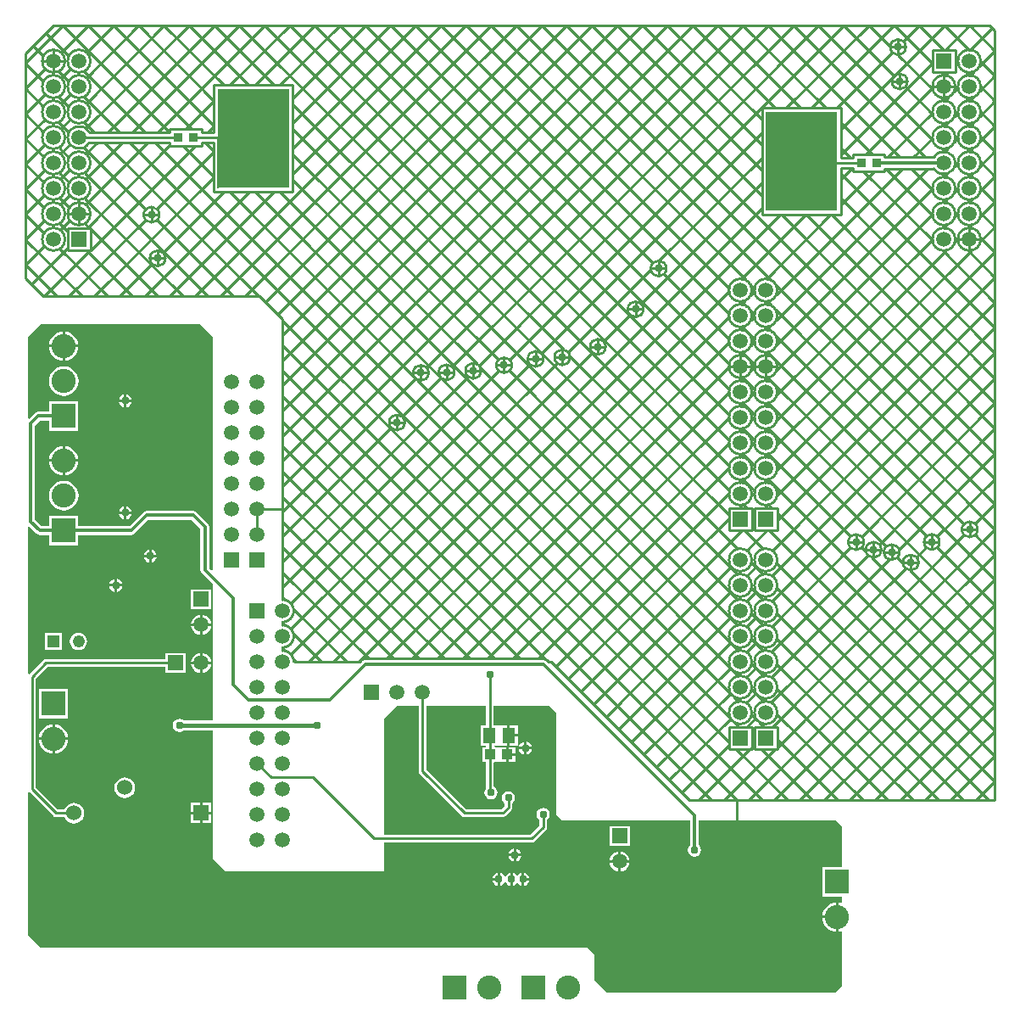
<source format=gbl>
G04 Layer_Physical_Order=2*
G04 Layer_Color=16711680*
%FSLAX25Y25*%
%MOIN*%
G70*
G01*
G75*
%ADD10C,0.01000*%
%ADD17R,0.05118X0.05906*%
%ADD18R,0.03500X0.03500*%
%ADD25C,0.01400*%
%ADD26C,0.01800*%
%ADD29R,0.09500X0.09500*%
%ADD30C,0.09500*%
%ADD31C,0.05906*%
%ADD32R,0.05906X0.05906*%
%ADD33R,0.05906X0.05906*%
%ADD34R,0.04800X0.04800*%
%ADD35C,0.04800*%
%ADD36C,0.06000*%
%ADD37R,0.06000X0.06000*%
%ADD38R,0.09500X0.09500*%
%ADD39C,0.03100*%
%ADD40R,0.04331X0.03937*%
%ADD41R,0.00500X0.20000*%
%ADD42R,0.28000X0.39000*%
G36*
X182500Y367500D02*
Y276105D01*
X182038Y275913D01*
X181233Y276718D01*
Y293000D01*
X181101Y293663D01*
X180726Y294226D01*
X176226Y298726D01*
X175663Y299101D01*
X175000Y299233D01*
X156500D01*
X155837Y299101D01*
X155274Y298726D01*
X149782Y293233D01*
X129750D01*
Y297250D01*
X118250D01*
Y293233D01*
X115218D01*
X112733Y295718D01*
Y332782D01*
X114718Y334767D01*
X118250D01*
Y330750D01*
X129750D01*
Y342250D01*
X118250D01*
Y338233D01*
X114000D01*
X113337Y338101D01*
X112774Y337726D01*
X110462Y335413D01*
X110000Y335605D01*
Y367500D01*
X115000Y372500D01*
X177500D01*
X182500Y367500D01*
D02*
G37*
G36*
X177767Y292282D02*
Y276000D01*
X177899Y275337D01*
X178274Y274774D01*
X182500Y270549D01*
Y216937D01*
X171191D01*
X170495Y217402D01*
X169500Y217600D01*
X168505Y217402D01*
X167662Y216839D01*
X167098Y215995D01*
X166900Y215000D01*
X167098Y214005D01*
X167662Y213161D01*
X168505Y212598D01*
X169500Y212400D01*
X170495Y212598D01*
X171191Y213063D01*
X182500D01*
Y162500D01*
X187500Y157500D01*
X250000D01*
Y168500D01*
Y168971D01*
X308000D01*
X308585Y169087D01*
X309081Y169419D01*
X313581Y173919D01*
X313913Y174415D01*
X314029Y175000D01*
Y177955D01*
X314338Y178162D01*
X314902Y179005D01*
X315100Y180000D01*
X314902Y180995D01*
X314338Y181838D01*
X313495Y182402D01*
X312500Y182600D01*
X311505Y182402D01*
X310662Y181838D01*
X310098Y180995D01*
X309900Y180000D01*
X310098Y179005D01*
X310662Y178162D01*
X310971Y177955D01*
Y175634D01*
X307366Y172029D01*
X250000D01*
Y217500D01*
X255000Y222500D01*
X263471D01*
Y197000D01*
X263587Y196415D01*
X263919Y195919D01*
X280419Y179419D01*
X280915Y179087D01*
X281500Y178971D01*
X296500D01*
X297085Y179087D01*
X297581Y179419D01*
X299877Y181714D01*
X300208Y182210D01*
X300325Y182795D01*
Y184455D01*
X300634Y184662D01*
X301197Y185505D01*
X301395Y186500D01*
X301197Y187495D01*
X300634Y188338D01*
X299790Y188902D01*
X298795Y189100D01*
X297800Y188902D01*
X296957Y188338D01*
X296393Y187495D01*
X296195Y186500D01*
X296393Y185505D01*
X296957Y184662D01*
X297266Y184455D01*
Y183429D01*
X295866Y182029D01*
X282134D01*
X266529Y197634D01*
Y222500D01*
X289971D01*
Y214953D01*
X287876D01*
Y207047D01*
X289971D01*
Y206469D01*
X288473D01*
Y200532D01*
X289971D01*
Y190053D01*
X289598Y189495D01*
X289400Y188500D01*
X289598Y187505D01*
X290161Y186662D01*
X291005Y186098D01*
X292000Y185900D01*
X292995Y186098D01*
X293839Y186662D01*
X294402Y187505D01*
X294600Y188500D01*
X294402Y189495D01*
X293839Y190338D01*
X293029Y190879D01*
Y200178D01*
X293383Y200532D01*
X294665D01*
X294803Y200532D01*
X294984D01*
X295165D01*
X295303Y200532D01*
X297831D01*
Y203500D01*
Y206469D01*
X295303D01*
X295165Y206469D01*
X294984D01*
X294803D01*
X294665Y206469D01*
X293511D01*
X293304Y206968D01*
X293383Y207047D01*
X294856D01*
X294994Y207047D01*
X295175D01*
X295356D01*
X295494Y207047D01*
X298415D01*
Y211000D01*
Y214953D01*
X295494D01*
X295356Y214953D01*
X295175D01*
X294994D01*
X294856Y214953D01*
X293029D01*
Y222500D01*
X315000D01*
X317500Y220000D01*
Y215000D01*
Y180000D01*
X320000Y177500D01*
X370267D01*
Y167909D01*
X370162Y167838D01*
X369598Y166995D01*
X369400Y166000D01*
X369598Y165005D01*
X370162Y164162D01*
X371005Y163598D01*
X372000Y163400D01*
X372995Y163598D01*
X373838Y164162D01*
X374402Y165005D01*
X374600Y166000D01*
X374402Y166995D01*
X373838Y167838D01*
X373733Y167909D01*
Y177500D01*
X427500D01*
X430000Y175000D01*
Y159250D01*
X422250D01*
Y147750D01*
X430000D01*
Y145566D01*
X429584Y145288D01*
X429501Y145323D01*
X428500Y145454D01*
Y139720D01*
Y133987D01*
X429501Y134118D01*
X429584Y134153D01*
X430000Y133875D01*
Y112500D01*
X427500Y110000D01*
X337500D01*
X332500Y115000D01*
Y125000D01*
X330000Y127500D01*
X115000D01*
X110000Y132500D01*
Y188645D01*
X110182Y188764D01*
X110500Y188837D01*
X119919Y179419D01*
X120415Y179087D01*
X121000Y178971D01*
X124304D01*
X124506Y178483D01*
X125147Y177647D01*
X125983Y177006D01*
X126956Y176603D01*
X128000Y176465D01*
X129044Y176603D01*
X130017Y177006D01*
X130853Y177647D01*
X131494Y178483D01*
X131897Y179456D01*
X132035Y180500D01*
X131897Y181544D01*
X131494Y182517D01*
X130853Y183353D01*
X130017Y183994D01*
X129044Y184397D01*
X128000Y184535D01*
X126956Y184397D01*
X125983Y183994D01*
X125147Y183353D01*
X124506Y182517D01*
X124304Y182029D01*
X121634D01*
X113029Y190633D01*
Y233366D01*
X117633Y237971D01*
X164047D01*
Y235547D01*
X171953D01*
Y243453D01*
X164047D01*
Y241029D01*
X117000D01*
X116512Y240932D01*
X116415Y240913D01*
X115919Y240581D01*
X110500Y235163D01*
X110182Y235236D01*
X110000Y235355D01*
Y292895D01*
X110462Y293087D01*
X113274Y290274D01*
X113837Y289899D01*
X114500Y289767D01*
X118250D01*
Y285750D01*
X129750D01*
Y289767D01*
X150500D01*
X151163Y289899D01*
X151726Y290274D01*
X157218Y295767D01*
X174282D01*
X177767Y292282D01*
D02*
G37*
%LPC*%
G36*
X305000Y205500D02*
X302999D01*
X303098Y205005D01*
X303661Y204162D01*
X304505Y203598D01*
X305000Y203500D01*
Y205500D01*
D02*
G37*
G36*
X301496Y203000D02*
X298831D01*
Y200532D01*
X301496D01*
Y203000D01*
D02*
G37*
G36*
X119500Y209221D02*
X114266D01*
X114398Y208219D01*
X114977Y206821D01*
X115899Y205620D01*
X117100Y204698D01*
X118499Y204118D01*
X119500Y203987D01*
Y209221D01*
D02*
G37*
G36*
X308000Y205500D02*
X306000D01*
Y203500D01*
X306495Y203598D01*
X307339Y204162D01*
X307902Y205005D01*
X308000Y205500D01*
D02*
G37*
G36*
X148000Y194535D02*
X146956Y194397D01*
X145983Y193994D01*
X145147Y193353D01*
X144506Y192517D01*
X144103Y191544D01*
X143965Y190500D01*
X144103Y189456D01*
X144506Y188483D01*
X145147Y187647D01*
X145983Y187006D01*
X146956Y186603D01*
X148000Y186466D01*
X149044Y186603D01*
X150017Y187006D01*
X150853Y187647D01*
X151494Y188483D01*
X151897Y189456D01*
X152034Y190500D01*
X151897Y191544D01*
X151494Y192517D01*
X150853Y193353D01*
X150017Y193994D01*
X149044Y194397D01*
X148000Y194535D01*
D02*
G37*
G36*
X182000Y180000D02*
X178500D01*
Y176500D01*
X182000D01*
Y180000D01*
D02*
G37*
G36*
X177500Y239000D02*
X174079D01*
X174149Y238468D01*
X174547Y237507D01*
X175181Y236681D01*
X176006Y236047D01*
X176968Y235649D01*
X177500Y235579D01*
Y239000D01*
D02*
G37*
G36*
X182000Y184500D02*
X178500D01*
Y181000D01*
X182000D01*
Y184500D01*
D02*
G37*
G36*
X177500D02*
X174000D01*
Y181000D01*
X177500D01*
Y184500D01*
D02*
G37*
G36*
X119500Y215454D02*
X118499Y215322D01*
X117100Y214743D01*
X115899Y213821D01*
X114977Y212620D01*
X114398Y211222D01*
X114266Y210221D01*
X119500D01*
Y215454D01*
D02*
G37*
G36*
X302474Y210500D02*
X299415D01*
Y207047D01*
X302474D01*
Y210500D01*
D02*
G37*
G36*
X299415Y214953D02*
Y211500D01*
X302474D01*
Y214953D01*
X299415D01*
D02*
G37*
G36*
X120500Y215454D02*
Y210221D01*
X125734D01*
X125602Y211222D01*
X125023Y212620D01*
X124101Y213821D01*
X122900Y214743D01*
X121501Y215322D01*
X120500Y215454D01*
D02*
G37*
G36*
X306000Y208501D02*
Y206500D01*
X308000D01*
X307902Y206995D01*
X307339Y207839D01*
X306495Y208402D01*
X306000Y208501D01*
D02*
G37*
G36*
X125750Y229250D02*
X114250D01*
Y217750D01*
X125750D01*
Y229250D01*
D02*
G37*
G36*
X125734Y209221D02*
X120500D01*
Y203987D01*
X121501Y204118D01*
X122900Y204698D01*
X124101Y205620D01*
X125023Y206821D01*
X125602Y208219D01*
X125734Y209221D01*
D02*
G37*
G36*
X305000Y208501D02*
X304505Y208402D01*
X303661Y207839D01*
X303098Y206995D01*
X302999Y206500D01*
X305000D01*
Y208501D01*
D02*
G37*
G36*
X298831Y206469D02*
Y204000D01*
X301496D01*
Y206469D01*
X298831D01*
D02*
G37*
G36*
X299500Y157001D02*
X299005Y156902D01*
X298162Y156338D01*
X297801Y155798D01*
X297199D01*
X296838Y156338D01*
X295995Y156902D01*
X295500Y157001D01*
Y154500D01*
Y151999D01*
X295995Y152098D01*
X296838Y152662D01*
X297199Y153202D01*
X297801D01*
X298162Y152662D01*
X299005Y152098D01*
X299500Y151999D01*
Y154500D01*
Y157001D01*
D02*
G37*
G36*
X305000D02*
Y155000D01*
X307000D01*
X306902Y155495D01*
X306339Y156338D01*
X305495Y156902D01*
X305000Y157001D01*
D02*
G37*
G36*
X342000Y161000D02*
X338579D01*
X338649Y160468D01*
X339047Y159507D01*
X339681Y158681D01*
X340507Y158047D01*
X341468Y157649D01*
X342000Y157579D01*
Y161000D01*
D02*
G37*
G36*
X304000Y157001D02*
X303505Y156902D01*
X302661Y156338D01*
X302500Y156097D01*
X302000D01*
X301838Y156338D01*
X300995Y156902D01*
X300500Y157001D01*
Y154500D01*
Y151999D01*
X300995Y152098D01*
X301838Y152662D01*
X302000Y152903D01*
X302500D01*
X302661Y152662D01*
X303505Y152098D01*
X304000Y151999D01*
Y154500D01*
Y157001D01*
D02*
G37*
G36*
X294500D02*
X294005Y156902D01*
X293162Y156338D01*
X292598Y155495D01*
X292499Y155000D01*
X294500D01*
Y157001D01*
D02*
G37*
G36*
X427500Y145454D02*
X426499Y145323D01*
X425100Y144743D01*
X423899Y143821D01*
X422977Y142620D01*
X422398Y141221D01*
X422266Y140220D01*
X427500D01*
Y145454D01*
D02*
G37*
G36*
Y139220D02*
X422266D01*
X422398Y138219D01*
X422977Y136821D01*
X423899Y135619D01*
X425100Y134698D01*
X426499Y134118D01*
X427500Y133987D01*
Y139220D01*
D02*
G37*
G36*
X307000Y154000D02*
X305000D01*
Y151999D01*
X305495Y152098D01*
X306339Y152662D01*
X306902Y153505D01*
X307000Y154000D01*
D02*
G37*
G36*
X294500D02*
X292499D01*
X292598Y153505D01*
X293162Y152662D01*
X294005Y152098D01*
X294500Y151999D01*
Y154000D01*
D02*
G37*
G36*
X301854Y166500D02*
Y164500D01*
X303855D01*
X303756Y164995D01*
X303193Y165838D01*
X302349Y166402D01*
X301854Y166500D01*
D02*
G37*
G36*
X300854D02*
X300359Y166402D01*
X299516Y165838D01*
X298952Y164995D01*
X298854Y164500D01*
X300854D01*
Y166500D01*
D02*
G37*
G36*
X177500Y180000D02*
X174000D01*
Y176500D01*
X177500D01*
Y180000D01*
D02*
G37*
G36*
X346453Y175453D02*
X338547D01*
Y167547D01*
X346453D01*
Y175453D01*
D02*
G37*
G36*
X343000Y165421D02*
Y162000D01*
X346421D01*
X346351Y162532D01*
X345953Y163493D01*
X345319Y164319D01*
X344493Y164953D01*
X343532Y165351D01*
X343000Y165421D01*
D02*
G37*
G36*
X300854Y163500D02*
X298854D01*
X298952Y163005D01*
X299516Y162162D01*
X300359Y161598D01*
X300854Y161500D01*
Y163500D01*
D02*
G37*
G36*
X346421Y161000D02*
X343000D01*
Y157579D01*
X343532Y157649D01*
X344493Y158047D01*
X345319Y158681D01*
X345953Y159507D01*
X346351Y160468D01*
X346421Y161000D01*
D02*
G37*
G36*
X342000Y165421D02*
X341468Y165351D01*
X340507Y164953D01*
X339681Y164319D01*
X339047Y163493D01*
X338649Y162532D01*
X338579Y162000D01*
X342000D01*
Y165421D01*
D02*
G37*
G36*
X303855Y163500D02*
X301854D01*
Y161500D01*
X302349Y161598D01*
X303193Y162162D01*
X303756Y163005D01*
X303855Y163500D01*
D02*
G37*
G36*
X129734Y318559D02*
X124500D01*
Y313325D01*
X125501Y313457D01*
X126900Y314036D01*
X128101Y314958D01*
X129023Y316159D01*
X129602Y317558D01*
X129734Y318559D01*
D02*
G37*
G36*
X123500D02*
X118266D01*
X118398Y317558D01*
X118977Y316159D01*
X119899Y314958D01*
X121100Y314036D01*
X122499Y313457D01*
X123500Y313325D01*
Y318559D01*
D02*
G37*
G36*
X124500Y324793D02*
Y319559D01*
X129734D01*
X129602Y320560D01*
X129023Y321959D01*
X128101Y323160D01*
X126900Y324082D01*
X125501Y324661D01*
X124500Y324793D01*
D02*
G37*
G36*
X123500D02*
X122499Y324661D01*
X121100Y324082D01*
X119899Y323160D01*
X118977Y321959D01*
X118398Y320560D01*
X118266Y319559D01*
X123500D01*
Y324793D01*
D02*
G37*
G36*
X124000Y311079D02*
X122499Y310881D01*
X121100Y310302D01*
X119899Y309381D01*
X118977Y308179D01*
X118398Y306781D01*
X118200Y305279D01*
X118398Y303779D01*
X118977Y302380D01*
X119899Y301179D01*
X121100Y300257D01*
X122499Y299677D01*
X124000Y299480D01*
X125501Y299677D01*
X126900Y300257D01*
X128101Y301179D01*
X129023Y302380D01*
X129602Y303779D01*
X129800Y305279D01*
X129602Y306781D01*
X129023Y308179D01*
X128101Y309381D01*
X126900Y310302D01*
X125501Y310881D01*
X124000Y311079D01*
D02*
G37*
G36*
X150741Y298000D02*
X148740D01*
Y296000D01*
X149235Y296098D01*
X150079Y296661D01*
X150642Y297505D01*
X150741Y298000D01*
D02*
G37*
G36*
X147740D02*
X145740D01*
X145838Y297505D01*
X146402Y296661D01*
X147245Y296098D01*
X147740Y296000D01*
Y298000D01*
D02*
G37*
G36*
X148740Y301000D02*
Y299000D01*
X150741D01*
X150642Y299495D01*
X150079Y300339D01*
X149235Y300902D01*
X148740Y301000D01*
D02*
G37*
G36*
X147740D02*
X147245Y300902D01*
X146402Y300339D01*
X145838Y299495D01*
X145740Y299000D01*
X147740D01*
Y301000D01*
D02*
G37*
G36*
X129734Y363559D02*
X124500D01*
Y358325D01*
X125501Y358457D01*
X126900Y359036D01*
X128101Y359958D01*
X129023Y361159D01*
X129602Y362558D01*
X129734Y363559D01*
D02*
G37*
G36*
X123500D02*
X118266D01*
X118398Y362558D01*
X118977Y361159D01*
X119899Y359958D01*
X121100Y359036D01*
X122499Y358457D01*
X123500Y358325D01*
Y363559D01*
D02*
G37*
G36*
X124500Y369793D02*
Y364559D01*
X129734D01*
X129602Y365560D01*
X129023Y366959D01*
X128101Y368160D01*
X126900Y369082D01*
X125501Y369661D01*
X124500Y369793D01*
D02*
G37*
G36*
X123500Y369793D02*
X122499Y369661D01*
X121100Y369082D01*
X119899Y368160D01*
X118977Y366959D01*
X118398Y365560D01*
X118266Y364559D01*
X123500D01*
Y369793D01*
D02*
G37*
G36*
X124000Y356079D02*
X122499Y355882D01*
X121100Y355302D01*
X119899Y354380D01*
X118977Y353179D01*
X118398Y351781D01*
X118200Y350279D01*
X118398Y348779D01*
X118977Y347380D01*
X119899Y346179D01*
X121100Y345257D01*
X122499Y344677D01*
X124000Y344480D01*
X125501Y344677D01*
X126900Y345257D01*
X128101Y346179D01*
X129023Y347380D01*
X129602Y348779D01*
X129800Y350279D01*
X129602Y351781D01*
X129023Y353179D01*
X128101Y354380D01*
X126900Y355302D01*
X125501Y355882D01*
X124000Y356079D01*
D02*
G37*
G36*
X150741Y342000D02*
X148740D01*
Y340000D01*
X149235Y340098D01*
X150079Y340662D01*
X150642Y341505D01*
X150741Y342000D01*
D02*
G37*
G36*
X147740D02*
X145740D01*
X145838Y341505D01*
X146402Y340662D01*
X147245Y340098D01*
X147740Y340000D01*
Y342000D01*
D02*
G37*
G36*
X148740Y345001D02*
Y343000D01*
X150741D01*
X150642Y343495D01*
X150079Y344338D01*
X149235Y344902D01*
X148740Y345001D01*
D02*
G37*
G36*
X147740D02*
X147245Y344902D01*
X146402Y344338D01*
X145838Y343495D01*
X145740Y343000D01*
X147740D01*
Y345001D01*
D02*
G37*
G36*
X181921Y254000D02*
X178500D01*
Y250579D01*
X179032Y250649D01*
X179993Y251047D01*
X180819Y251681D01*
X181453Y252507D01*
X181851Y253468D01*
X181921Y254000D01*
D02*
G37*
G36*
X177500D02*
X174079D01*
X174149Y253468D01*
X174547Y252507D01*
X175181Y251681D01*
X176007Y251047D01*
X176968Y250649D01*
X177500Y250579D01*
Y254000D01*
D02*
G37*
G36*
X178500Y258421D02*
Y255000D01*
X181921D01*
X181851Y255532D01*
X181453Y256493D01*
X180819Y257319D01*
X179993Y257953D01*
X179032Y258351D01*
X178500Y258421D01*
D02*
G37*
G36*
X177500D02*
X176968Y258351D01*
X176007Y257953D01*
X175181Y257319D01*
X174547Y256493D01*
X174149Y255532D01*
X174079Y255000D01*
X177500D01*
Y258421D01*
D02*
G37*
G36*
X123400Y251400D02*
X116600D01*
Y244600D01*
X123400D01*
Y251400D01*
D02*
G37*
G36*
X177500Y243421D02*
X176968Y243351D01*
X176006Y242953D01*
X175181Y242319D01*
X174547Y241493D01*
X174149Y240532D01*
X174079Y240000D01*
X177500D01*
Y243421D01*
D02*
G37*
G36*
X181921Y239000D02*
X178500D01*
Y235579D01*
X179032Y235649D01*
X179993Y236047D01*
X180819Y236681D01*
X181453Y237507D01*
X181851Y238468D01*
X181921Y239000D01*
D02*
G37*
G36*
X129800Y251429D02*
X128912Y251312D01*
X128085Y250970D01*
X127375Y250425D01*
X126830Y249715D01*
X126488Y248888D01*
X126371Y248000D01*
X126488Y247112D01*
X126830Y246285D01*
X127375Y245575D01*
X128085Y245030D01*
X128912Y244688D01*
X129800Y244571D01*
X130688Y244688D01*
X131515Y245030D01*
X132225Y245575D01*
X132770Y246285D01*
X133113Y247112D01*
X133229Y248000D01*
X133113Y248888D01*
X132770Y249715D01*
X132225Y250425D01*
X131515Y250970D01*
X130688Y251312D01*
X129800Y251429D01*
D02*
G37*
G36*
X178500Y243421D02*
Y240000D01*
X181921D01*
X181851Y240532D01*
X181453Y241493D01*
X180819Y242319D01*
X179993Y242953D01*
X179032Y243351D01*
X178500Y243421D01*
D02*
G37*
G36*
X160501Y281000D02*
X158500D01*
Y278999D01*
X158995Y279098D01*
X159838Y279661D01*
X160402Y280505D01*
X160501Y281000D01*
D02*
G37*
G36*
X157500D02*
X155499D01*
X155598Y280505D01*
X156162Y279661D01*
X157005Y279098D01*
X157500Y278999D01*
Y281000D01*
D02*
G37*
G36*
X158500Y284000D02*
Y282000D01*
X160501D01*
X160402Y282495D01*
X159838Y283338D01*
X158995Y283902D01*
X158500Y284000D01*
D02*
G37*
G36*
X157500D02*
X157005Y283902D01*
X156162Y283338D01*
X155598Y282495D01*
X155499Y282000D01*
X157500D01*
Y284000D01*
D02*
G37*
G36*
X145000Y272500D02*
Y270500D01*
X147001D01*
X146902Y270995D01*
X146338Y271838D01*
X145495Y272402D01*
X145000Y272500D01*
D02*
G37*
G36*
X144000Y269500D02*
X141999D01*
X142098Y269005D01*
X142662Y268162D01*
X143505Y267598D01*
X144000Y267499D01*
Y269500D01*
D02*
G37*
G36*
X181953Y268453D02*
X174047D01*
Y260547D01*
X181953D01*
Y268453D01*
D02*
G37*
G36*
X144000Y272500D02*
X143505Y272402D01*
X142662Y271838D01*
X142098Y270995D01*
X141999Y270500D01*
X144000D01*
Y272500D01*
D02*
G37*
G36*
X147001Y269500D02*
X145000D01*
Y267499D01*
X145495Y267598D01*
X146338Y268162D01*
X146902Y269005D01*
X147001Y269500D01*
D02*
G37*
%LPD*%
D10*
X484453Y466000D02*
G03*
X484453Y466000I-4453J0D01*
G01*
Y446000D02*
G03*
X484453Y446000I-4453J0D01*
G01*
Y456000D02*
G03*
X484453Y456000I-4453J0D01*
G01*
Y476000D02*
G03*
X484453Y476000I-4453J0D01*
G01*
X474453Y466000D02*
G03*
X474453Y466000I-4453J0D01*
G01*
Y456000D02*
G03*
X474453Y456000I-4453J0D01*
G01*
Y446000D02*
G03*
X474453Y446000I-4453J0D01*
G01*
X484453Y436000D02*
G03*
X484453Y436000I-4453J0D01*
G01*
Y426000D02*
G03*
X484453Y426000I-4453J0D01*
G01*
Y416000D02*
G03*
X484453Y416000I-4453J0D01*
G01*
Y406000D02*
G03*
X484453Y406000I-4453J0D01*
G01*
X474453Y436000D02*
G03*
X466129Y438200I-4453J0D01*
G01*
Y433800D02*
G03*
X474453Y436000I3871J2200D01*
G01*
Y426000D02*
G03*
X474453Y426000I-4453J0D01*
G01*
Y416000D02*
G03*
X474453Y416000I-4453J0D01*
G01*
Y406000D02*
G03*
X474453Y406000I-4453J0D01*
G01*
X455703Y468000D02*
G03*
X455703Y468000I-3050J0D01*
G01*
X455050Y481500D02*
G03*
X455050Y481500I-3050J0D01*
G01*
X404453Y386000D02*
G03*
X404453Y386000I-4453J0D01*
G01*
Y376000D02*
G03*
X404453Y376000I-4453J0D01*
G01*
Y366000D02*
G03*
X404453Y366000I-4453J0D01*
G01*
X483211Y292000D02*
G03*
X483211Y292000I-3050J0D01*
G01*
X468300Y287059D02*
G03*
X468300Y287059I-3050J0D01*
G01*
X438542Y287000D02*
G03*
X438542Y287000I-3050J0D01*
G01*
X445442Y284000D02*
G03*
X445442Y284000I-3050J0D01*
G01*
X452550Y283063D02*
G03*
X452550Y283063I-3050J0D01*
G01*
X460050Y279000D02*
G03*
X460050Y279000I-3050J0D01*
G01*
X404453Y356000D02*
G03*
X404453Y356000I-4453J0D01*
G01*
Y346000D02*
G03*
X404453Y346000I-4453J0D01*
G01*
Y336000D02*
G03*
X404453Y336000I-4453J0D01*
G01*
Y326000D02*
G03*
X404453Y326000I-4453J0D01*
G01*
Y316000D02*
G03*
X404453Y316000I-4453J0D01*
G01*
Y306000D02*
G03*
X404453Y306000I-4453J0D01*
G01*
Y270000D02*
G03*
X404453Y270000I-4453J0D01*
G01*
Y240000D02*
G03*
X404453Y240000I-4453J0D01*
G01*
Y280000D02*
G03*
X404453Y280000I-4453J0D01*
G01*
Y260000D02*
G03*
X404453Y260000I-4453J0D01*
G01*
Y230000D02*
G03*
X404453Y230000I-4453J0D01*
G01*
Y250000D02*
G03*
X404453Y250000I-4453J0D01*
G01*
Y220000D02*
G03*
X404453Y220000I-4453J0D01*
G01*
X360912Y394500D02*
G03*
X360912Y394500I-3050J0D01*
G01*
X394453Y386000D02*
G03*
X394453Y386000I-4453J0D01*
G01*
X161550Y415671D02*
G03*
X161550Y415671I-3050J0D01*
G01*
X163962Y398500D02*
G03*
X163962Y398500I-3050J0D01*
G01*
X134453Y466000D02*
G03*
X134453Y466000I-4453J0D01*
G01*
Y456000D02*
G03*
X134453Y456000I-4453J0D01*
G01*
Y476000D02*
G03*
X134453Y476000I-4453J0D01*
G01*
X133978Y448000D02*
G03*
X133978Y444000I-3978J-2000D01*
G01*
X134453Y436000D02*
G03*
X134453Y436000I-4453J0D01*
G01*
X124453Y476000D02*
G03*
X124453Y476000I-4453J0D01*
G01*
Y466000D02*
G03*
X124453Y466000I-4453J0D01*
G01*
Y456000D02*
G03*
X124453Y456000I-4453J0D01*
G01*
Y446000D02*
G03*
X124453Y446000I-4453J0D01*
G01*
X134453Y416000D02*
G03*
X134453Y416000I-4453J0D01*
G01*
Y426000D02*
G03*
X134453Y426000I-4453J0D01*
G01*
X124453Y436000D02*
G03*
X124453Y436000I-4453J0D01*
G01*
Y426000D02*
G03*
X124453Y426000I-4453J0D01*
G01*
Y416000D02*
G03*
X124453Y416000I-4453J0D01*
G01*
Y406000D02*
G03*
X124453Y406000I-4453J0D01*
G01*
X394453Y376000D02*
G03*
X394453Y376000I-4453J0D01*
G01*
Y366000D02*
G03*
X394453Y366000I-4453J0D01*
G01*
X351852Y378500D02*
G03*
X351852Y378500I-3050J0D01*
G01*
X394453Y356000D02*
G03*
X394453Y356000I-4453J0D01*
G01*
X394453Y336000D02*
G03*
X394453Y336000I-4453J0D01*
G01*
Y326000D02*
G03*
X394453Y326000I-4453J0D01*
G01*
Y346000D02*
G03*
X394453Y346000I-4453J0D01*
G01*
Y316000D02*
G03*
X394453Y316000I-4453J0D01*
G01*
X394453Y306000D02*
G03*
X394453Y306000I-4453J0D01*
G01*
X394453Y270000D02*
G03*
X394453Y270000I-4453J0D01*
G01*
Y280000D02*
G03*
X394453Y280000I-4453J0D01*
G01*
Y250000D02*
G03*
X394453Y250000I-4453J0D01*
G01*
Y240000D02*
G03*
X394453Y240000I-4453J0D01*
G01*
Y260000D02*
G03*
X394453Y260000I-4453J0D01*
G01*
Y230000D02*
G03*
X394453Y230000I-4453J0D01*
G01*
Y220000D02*
G03*
X394453Y220000I-4453J0D01*
G01*
X337050Y363699D02*
G03*
X337050Y363699I-3050J0D01*
G01*
X323050Y359598D02*
G03*
X323050Y359598I-3050J0D01*
G01*
X312550Y358998D02*
G03*
X312550Y358998I-3050J0D01*
G01*
X300153Y356500D02*
G03*
X300153Y356500I-3050J0D01*
G01*
X288050Y354296D02*
G03*
X288050Y354296I-3050J0D01*
G01*
X277550Y353696D02*
G03*
X277550Y353696I-3050J0D01*
G01*
X267455Y353500D02*
G03*
X267455Y353500I-3050J0D01*
G01*
X258050Y334000D02*
G03*
X258050Y334000I-3050J0D01*
G01*
X242500Y241200D02*
G03*
X240944Y240556I0J-2200D01*
G01*
X314056D02*
G03*
X312500Y241200I-1556J-1556D01*
G01*
X242500D02*
G03*
X240940Y240552I0J-2200D01*
G01*
X314059D02*
G03*
X312500Y241200I-1560J-1552D01*
G01*
X214453Y260000D02*
G03*
X210000Y264453I-4453J0D01*
G01*
X214453Y250000D02*
G03*
X210000Y254453I-4453J0D01*
G01*
Y255547D02*
G03*
X214453Y260000I0J4453D01*
G01*
X210000Y245547D02*
G03*
X214453Y250000I0J4453D01*
G01*
Y240000D02*
G03*
X210000Y244453I-4453J0D01*
G01*
X488000Y490000D02*
X490000Y488000D01*
X484051Y474152D02*
X490000Y480101D01*
X480150Y490000D02*
X490000Y480150D01*
X484448Y475803D02*
X490000Y470251D01*
X484452Y465900D02*
X490000Y460351D01*
X484127Y464328D02*
X490000Y470201D01*
X480432Y480432D02*
X489000Y489000D01*
X480339Y470440D02*
X481848Y471949D01*
X478567Y471784D02*
X479900Y470452D01*
X478715Y461737D02*
X479999Y460453D01*
X480245Y460446D02*
X481672Y461873D01*
X484189Y454491D02*
X490000Y460302D01*
X484453Y455999D02*
X490000Y450452D01*
X484452Y446101D02*
X490000Y440552D01*
X484284Y434787D02*
X490000Y440503D01*
X484241Y444643D02*
X490000Y450402D01*
X478856Y451697D02*
X480101Y450452D01*
X480149Y450450D02*
X481509Y451811D01*
X480050Y440452D02*
X481357Y441759D01*
X478990Y441663D02*
X480205Y440448D01*
X470553Y480453D02*
X480100Y490000D01*
X470251D02*
X479803Y480448D01*
X474453Y474453D02*
X475568Y475568D01*
X474453Y465999D02*
X475737Y464715D01*
X474453Y475899D02*
X475784Y474567D01*
X465547Y480453D02*
X474453D01*
Y471547D02*
Y480453D01*
X465547Y471547D02*
X474453D01*
X470432Y470432D02*
X471547Y471547D01*
X470000Y466000D02*
X473953D01*
X474051Y464151D02*
X475560Y465661D01*
X474452Y456101D02*
X475697Y454856D01*
X474448Y446205D02*
X475663Y444989D01*
X474189Y444491D02*
X475550Y445851D01*
X474127Y454328D02*
X475554Y455755D01*
X470339Y460440D02*
X471848Y461949D01*
X470245Y450446D02*
X471672Y451873D01*
X470149Y440450D02*
X471509Y441811D01*
X484448Y436205D02*
X490000Y430653D01*
X484321Y424924D02*
X490000Y430603D01*
X484442Y426312D02*
X490000Y420753D01*
X484351Y415055D02*
X490000Y420704D01*
X479950Y430452D02*
X481213Y431716D01*
X479847Y420450D02*
X481076Y421679D01*
X479118Y431636D02*
X480312Y430442D01*
X479242Y421612D02*
X480421Y420433D01*
X484433Y416421D02*
X490000Y410854D01*
X484377Y405181D02*
X490000Y410804D01*
X480000Y406000D02*
X483953D01*
X484421Y406534D02*
X490000Y400954D01*
X479477Y401578D02*
X490000Y391055D01*
X479742Y410445D02*
X480945Y411649D01*
X480000Y406000D02*
Y409953D01*
X479361Y411593D02*
X480534Y410421D01*
X480000Y402047D02*
Y406000D01*
X476047D02*
X480000D01*
X474442Y436312D02*
X475635Y435118D01*
X474433Y426421D02*
X475612Y425242D01*
X474284Y424787D02*
X475548Y426050D01*
X474241Y434643D02*
X475548Y435950D01*
X470050Y430452D02*
X471357Y431759D01*
X469242Y431612D02*
X470421Y430433D01*
X469950Y420452D02*
X471213Y421716D01*
X469361Y421593D02*
X470534Y420421D01*
X474421Y416534D02*
X475593Y415361D01*
X429500Y421856D02*
X490000Y361356D01*
X429500Y431756D02*
X490000Y371256D01*
X474405Y406650D02*
X475578Y405477D01*
X474351Y405055D02*
X475555Y406258D01*
X469589Y401566D02*
X490000Y381155D01*
X474321Y414924D02*
X475550Y416153D01*
X469847Y410450D02*
X471076Y411679D01*
X469477Y411578D02*
X470650Y410405D01*
X454055Y483754D02*
X460301Y490000D01*
X460351D02*
X469899Y480453D01*
X450452Y490000D02*
X465547Y474905D01*
Y471547D02*
Y480453D01*
X468905Y471547D02*
X469999Y470453D01*
X452653Y468000D02*
X455203D01*
X452000Y481500D02*
X454550D01*
X452000Y478950D02*
Y481500D01*
Y484050D01*
X452653Y468000D02*
Y470550D01*
X450103Y468000D02*
X452653D01*
X470000Y466000D02*
Y469953D01*
Y462047D02*
Y466000D01*
X466047D02*
X470000D01*
X468990Y451663D02*
X470205Y450448D01*
X469118Y441636D02*
X470312Y440442D01*
X468856Y461697D02*
X470101Y460452D01*
X452653Y465450D02*
Y468000D01*
X452101Y478452D02*
X465697Y464856D01*
X457999Y438200D02*
X465554Y445755D01*
X454810Y465843D02*
X465663Y454989D01*
X429500Y449299D02*
X470201Y490000D01*
X420753D02*
X465635Y445118D01*
X417902Y457500D02*
X450402Y490000D01*
X449450Y481500D02*
X452000D01*
X430653Y490000D02*
X450496Y470157D01*
X440552Y490000D02*
X448952Y481601D01*
X408003Y457500D02*
X440503Y490000D01*
X391055D02*
X423555Y457500D01*
X427802D02*
X449746Y479445D01*
X398500Y457500D02*
X429500D01*
Y439399D02*
X465547Y475447D01*
X410854Y490000D02*
X462654Y438200D01*
X400954Y490000D02*
X452754Y438200D01*
X446750D02*
Y439250D01*
X448099Y438200D02*
X465560Y455661D01*
X439250Y439250D02*
X465568Y465568D01*
X429500Y451555D02*
X441805Y439250D01*
X429500Y438000D02*
Y457500D01*
X398500Y415500D02*
Y457500D01*
X434250Y439250D02*
X440250D01*
X429500Y441655D02*
X433155Y438000D01*
X440750Y439250D02*
X446750D01*
Y438200D02*
X466129D01*
X440250Y439250D02*
X440750D01*
X446750Y433800D02*
X466129D01*
X440750Y432750D02*
X446750D01*
X440250D02*
X440750D01*
X440250Y439250D02*
X440750D01*
X434250Y438000D02*
Y439250D01*
X429500Y438000D02*
X434250D01*
X440250Y432750D02*
X440750D01*
X429500Y434000D02*
X434250D01*
X457154Y433800D02*
X465593Y425361D01*
X447255Y433800D02*
X465578Y415477D01*
X446750Y432750D02*
Y433800D01*
X438406Y432750D02*
X465566Y405589D01*
X404241Y364643D02*
X465548Y425950D01*
X404189Y374491D02*
X463498Y433800D01*
X434250Y432750D02*
Y434000D01*
X429500Y429500D02*
X434000Y434000D01*
X429500Y415500D02*
Y434000D01*
X434250Y432750D02*
X440250D01*
X429500Y419601D02*
X442649Y432750D01*
X400339Y390440D02*
X425399Y415500D01*
X404127Y384328D02*
X453599Y433800D01*
X398500Y415500D02*
X429500D01*
X400486Y381574D02*
X402174Y379886D01*
X390432Y390432D02*
X415500Y415500D01*
X393886Y388174D02*
X395574Y386486D01*
X394051Y384152D02*
X395560Y385661D01*
X390339Y380440D02*
X391848Y381949D01*
X400245Y380446D02*
X401672Y381873D01*
X390576Y381585D02*
X392428Y379732D01*
X400149Y370450D02*
X401509Y371811D01*
X400576Y371585D02*
X402428Y369732D01*
X400050Y360453D02*
X401357Y361759D01*
X393467Y368794D02*
X395597Y366664D01*
X393733Y378428D02*
X395585Y376576D01*
X394127Y374328D02*
X395554Y375755D01*
X390245Y370446D02*
X391672Y371873D01*
X394189Y364491D02*
X395550Y365851D01*
X390664Y371597D02*
X392794Y369467D01*
X425957Y415500D02*
X490000Y351457D01*
X416057Y415500D02*
X490000Y341558D01*
X406158Y415500D02*
X490000Y331658D01*
X482282Y294192D02*
X490000Y301910D01*
X467407Y289216D02*
X490000Y311809D01*
X437649Y289157D02*
X490000Y341508D01*
X480161Y292000D02*
Y294550D01*
Y292000D02*
X482711D01*
X477610D02*
X480161D01*
Y289450D02*
Y292000D01*
X465250Y287059D02*
X467800D01*
X452374Y284083D02*
X490000Y321709D01*
Y185500D02*
Y488000D01*
X444549Y286157D02*
X490000Y331608D01*
X462700Y287059D02*
X465250D01*
X482317Y289843D02*
X490000Y282161D01*
X465250Y287059D02*
Y289609D01*
X435492Y287000D02*
Y289550D01*
X465250Y284509D02*
Y287059D01*
X404398Y315302D02*
X490000Y400905D01*
X404415Y305420D02*
X490000Y391005D01*
X404377Y325181D02*
X480819Y401623D01*
X403997Y387963D02*
X490000Y301959D01*
X404453Y295558D02*
X490000Y381106D01*
X403886Y378174D02*
X490000Y292060D01*
X404321Y344924D02*
X465550Y406153D01*
X404351Y335055D02*
X470945Y401649D01*
X404284Y354787D02*
X465548Y416050D01*
X403732Y368428D02*
X478004Y294157D01*
X400751Y351611D02*
X463120Y289242D01*
X402487Y283693D02*
X490000Y371206D01*
X403467Y358794D02*
X490000Y272261D01*
X402427Y273733D02*
X490000Y361307D01*
X402365Y263773D02*
X490000Y351407D01*
X404453Y206463D02*
X490000Y292010D01*
X400836Y341626D02*
X490000Y252462D01*
X401083Y311681D02*
X490000Y222764D01*
X404453Y298411D02*
X490000Y212864D01*
X400919Y331643D02*
X447343Y285219D01*
X402543Y214453D02*
X477969Y289879D01*
X401417Y291547D02*
X490000Y202965D01*
X446950Y283063D02*
X449500D01*
X459250Y281059D02*
X463093Y284903D01*
X454450Y279000D02*
X457000D01*
Y281550D01*
X449500Y283063D02*
X452050D01*
X442392Y284000D02*
Y286550D01*
X449500Y283063D02*
Y285613D01*
X442392Y284000D02*
X444942D01*
X449500Y280513D02*
Y283063D01*
X442392Y281450D02*
Y284000D01*
X467433Y284929D02*
X490000Y262362D01*
X456584Y275978D02*
X490000Y242563D01*
X442887Y185500D02*
X490000Y232613D01*
X472585Y185500D02*
X490000Y202915D01*
X482485Y185500D02*
X490000Y193015D01*
X462686Y185500D02*
X490000Y212814D01*
X457000Y279000D02*
X459550D01*
X451657Y280906D02*
X453978Y278584D01*
X457000Y276450D02*
Y279000D01*
X452786Y185500D02*
X490000Y222714D01*
X439842Y284000D02*
X442392D01*
X441612Y281051D02*
X490000Y232663D01*
X402176Y233885D02*
X448480Y280188D01*
X404283Y278782D02*
X490000Y193065D01*
X413188Y185500D02*
X490000Y262312D01*
X402111Y223920D02*
X454941Y276750D01*
X435492Y287000D02*
X438042D01*
X435492Y284450D02*
Y287000D01*
X432942D02*
X435492D01*
X437733Y284930D02*
X439443Y283220D01*
X402240Y243848D02*
X440235Y281843D01*
X403289Y185500D02*
X490000Y272211D01*
X404305Y268861D02*
X487666Y185500D01*
X393389D02*
X490000Y282111D01*
X423088Y185500D02*
X490000Y252412D01*
X432987Y185500D02*
X490000Y242513D01*
X404305Y268861D02*
X487666Y185500D01*
X404344Y249022D02*
X467867Y185500D01*
X404362Y239105D02*
X457967Y185500D01*
X404325Y258941D02*
X477766Y185500D01*
X404393Y219275D02*
X438168Y185500D01*
X404378Y229189D02*
X448068Y185500D01*
X400664Y361597D02*
X402794Y359467D01*
X400000Y356000D02*
X403953D01*
X399950Y350452D02*
X401213Y351716D01*
X400000Y356000D02*
Y359953D01*
Y352047D02*
Y356000D01*
X396047D02*
X400000D01*
X399847Y340450D02*
X401076Y341679D01*
X399742Y330445D02*
X400945Y331649D01*
X401002Y321661D02*
X433423Y289240D01*
X401162Y301702D02*
X402411Y300453D01*
X404453Y291547D02*
Y300453D01*
X399634Y320438D02*
X400819Y321623D01*
X399522Y310427D02*
X400698Y311602D01*
X394398Y305302D02*
X395573Y306478D01*
X399448Y300453D02*
X400580Y301585D01*
X394453Y291547D02*
Y300453D01*
X390751Y361611D02*
X395611Y356751D01*
X394241Y354643D02*
X395548Y355950D01*
X390000Y356000D02*
X393953D01*
X394284Y344787D02*
X395548Y346050D01*
X390919Y341643D02*
X395643Y336919D01*
X390836Y351626D02*
X395626Y346836D01*
X390149Y360450D02*
X391509Y361811D01*
X390000Y356000D02*
Y359953D01*
Y352047D02*
Y356000D01*
X390050Y350452D02*
X391357Y351759D01*
X389950Y340453D02*
X391213Y341716D01*
X394321Y334924D02*
X395550Y336153D01*
X394351Y325055D02*
X395555Y326258D01*
X391002Y331661D02*
X395661Y327002D01*
X394377Y315181D02*
X395562Y316367D01*
X391162Y311702D02*
X395702Y307162D01*
X391083Y321681D02*
X395681Y317083D01*
X389847Y330450D02*
X391076Y331679D01*
X389742Y320445D02*
X390945Y321649D01*
X389633Y310438D02*
X390819Y311623D01*
X391241Y301724D02*
X392512Y300453D01*
X389548D02*
X390698Y301602D01*
X395547Y291547D02*
X404453D01*
X402303Y253811D02*
X433336Y284843D01*
X395547Y300453D02*
X404453D01*
X395547Y291547D02*
Y300453D01*
X394453Y295458D02*
X395547Y296552D01*
Y214453D02*
X404453D01*
Y205547D02*
Y214453D01*
X398322Y205547D02*
X418369Y185500D01*
X404453Y209316D02*
X428268Y185500D01*
X395547Y205547D02*
X404453D01*
X397338Y216431D02*
X399316Y214453D01*
X395547Y205547D02*
Y214453D01*
X394453Y205547D02*
Y214453D01*
Y206363D02*
X395547Y207457D01*
X394453Y209416D02*
X395547Y208322D01*
X394305Y278861D02*
X398861Y274305D01*
X394305Y278861D02*
X398861Y274305D01*
X392547Y283652D02*
X400442Y291547D01*
X394344Y259022D02*
X399022Y254344D01*
X394362Y249105D02*
X399105Y244362D01*
X394325Y268941D02*
X398941Y264325D01*
X394453Y298512D02*
X395547Y297417D01*
X392487Y273693D02*
X396307Y277513D01*
X391518Y291547D02*
X398782Y284283D01*
X392427Y263733D02*
X396267Y267573D01*
X392365Y253773D02*
X396227Y257635D01*
X392303Y243811D02*
X396189Y247697D01*
X394378Y239189D02*
X399189Y234378D01*
X392240Y233848D02*
X396152Y237760D01*
X394393Y229275D02*
X399275Y224393D01*
X394407Y219362D02*
X396431Y217338D01*
X388422Y205547D02*
X408469Y185500D01*
X392176Y223885D02*
X396115Y227824D01*
X392643Y214453D02*
X396080Y217889D01*
X387338Y226431D02*
X389362Y224407D01*
X393637Y205547D02*
X394453Y206363D01*
X387653Y216216D02*
X389416Y214453D01*
X351457Y490000D02*
X398500Y442957D01*
X214000Y441688D02*
X262312Y490000D01*
X214000Y451588D02*
X252412Y490000D01*
X371256D02*
X403756Y457500D01*
X381155Y490000D02*
X413656Y457500D01*
X361356Y490000D02*
X398500Y452856D01*
X183166Y490000D02*
X206666Y466500D01*
X189314D02*
X212814Y490000D01*
X183166D02*
X206665Y466500D01*
X209113D02*
X232613Y490000D01*
X214000Y461487D02*
X242513Y490000D01*
X199214Y466500D02*
X222714Y490000D01*
X292060D02*
X392174Y389886D01*
X282161Y490000D02*
X385585Y386576D01*
X262362Y490000D02*
X355705Y396657D01*
X341558Y490000D02*
X398500Y433057D01*
X331658Y490000D02*
X398500Y423158D01*
X301959Y490000D02*
X401963Y389997D01*
X195410Y383500D02*
X301910Y490000D01*
X203155Y381345D02*
X311809Y490000D01*
X185510Y383500D02*
X292010Y490000D01*
X214000Y424500D02*
Y466500D01*
Y431789D02*
X272211Y490000D01*
X163366D02*
X186866Y466500D01*
X173266Y490000D02*
X196766Y466500D01*
X120000Y490000D02*
X488000D01*
X183000Y466500D02*
X214000D01*
X172064Y449250D02*
X183000Y460186D01*
X153467Y490000D02*
X183000Y460467D01*
X132788Y459472D02*
X163317Y490000D01*
X143568D02*
X183000Y450567D01*
X132732Y449516D02*
X173216Y490000D01*
X171750Y449250D02*
X172250D01*
X171750D02*
X172250D01*
X160915Y448000D02*
X202915Y490000D01*
X175611Y383500D02*
X282111Y490000D01*
X151015Y448000D02*
X193015Y490000D01*
X180714Y448000D02*
X183000Y450286D01*
Y448000D02*
Y466500D01*
X141116Y448000D02*
X183116Y490000D01*
X133668D02*
X174418Y449250D01*
X172250D02*
X178250D01*
X123768Y490000D02*
X165750Y448019D01*
X178250Y448000D02*
Y449250D01*
X165750Y448000D02*
Y449250D01*
X178250Y448000D02*
X183000D01*
X178250Y444000D02*
X183000D01*
X171019Y442750D02*
X183000Y430768D01*
Y424500D02*
X186500D01*
X214000D01*
X183000D02*
X186500D01*
X178250Y442750D02*
Y444000D01*
X179668D02*
X183000Y440668D01*
X172250Y442750D02*
X178250D01*
X171750D02*
X172250D01*
X171750D02*
X172250D01*
X357951Y397549D02*
X398500Y438098D01*
X350958Y380657D02*
X398500Y428198D01*
X357862Y394500D02*
X360412D01*
X357862D02*
Y397050D01*
X183000Y424500D02*
Y444000D01*
X355312Y394500D02*
X357862D01*
X183000Y424500D02*
Y444000D01*
X357862Y391950D02*
Y394500D01*
X348801Y378500D02*
Y381050D01*
X165750Y449250D02*
X171750D01*
X134453Y401739D02*
X175464Y442750D01*
X133978Y444000D02*
X165750D01*
Y442750D02*
X171750D01*
X163069Y400657D02*
X186912Y424500D01*
X160546Y417933D02*
X183000Y440387D01*
X133978Y448000D02*
X165750D01*
Y442750D02*
Y444000D01*
X133267Y410453D02*
X165750Y442936D01*
X158500Y415671D02*
X161050D01*
X140070Y444000D02*
X200570Y383500D01*
X165711D02*
X206711Y424500D01*
X136013Y383500D02*
X183000Y430487D01*
X155812Y383500D02*
X196812Y424500D01*
X160657Y413514D02*
X190671Y383500D01*
X116000D02*
X201000D01*
X132227Y422144D02*
X170872Y383500D01*
X134453Y410019D02*
X160972Y383500D01*
X132163Y432108D02*
X180771Y383500D01*
X160912Y398500D02*
X163462D01*
X132898Y479380D02*
X143518Y490000D01*
X132844Y469426D02*
X153417Y490000D01*
X122952Y479334D02*
X133618Y490000D01*
X122898Y469380D02*
X126620Y473102D01*
X122844Y459426D02*
X126574Y463156D01*
X122032Y462038D02*
X126038Y458032D01*
X122788Y449472D02*
X126528Y453212D01*
X122098Y452072D02*
X126073Y448098D01*
X131965Y462004D02*
X145969Y448000D01*
X132559Y419644D02*
X156915Y444000D01*
X131897Y471972D02*
X155869Y448000D01*
X132675Y439560D02*
X137116Y444000D01*
X132617Y429602D02*
X147015Y444000D01*
X132098Y442072D02*
X156343Y417827D01*
X132032Y452038D02*
X136070Y448000D01*
X122732Y439516D02*
X126484Y443268D01*
X122163Y442108D02*
X126108Y438163D01*
X109000Y479000D02*
X120000Y490000D01*
X116935Y486935D02*
X125972Y477897D01*
X109000Y475281D02*
X123719Y490000D01*
X120000Y476000D02*
X123953D01*
X121965Y472004D02*
X126004Y467965D01*
X116047Y476000D02*
X120000D01*
Y479953D01*
X111985Y481985D02*
X116004Y477965D01*
X120000Y472047D02*
Y476000D01*
X109000Y475070D02*
X116038Y468032D01*
X109000Y465382D02*
X116666Y473048D01*
X109000Y455482D02*
X116620Y463102D01*
X109000Y445583D02*
X116574Y453156D01*
X109000Y465171D02*
X116072Y458098D01*
X109000Y455271D02*
X116108Y448163D01*
X109000Y390500D02*
Y479000D01*
Y435683D02*
X116528Y443212D01*
X109000Y445372D02*
X116144Y438227D01*
X158500Y415671D02*
Y418221D01*
X155950Y415671D02*
X158500D01*
Y413121D02*
Y415671D01*
X132290Y412182D02*
X134019Y410453D01*
X130000Y416000D02*
Y419953D01*
Y412047D02*
Y416000D01*
X122675Y429560D02*
X126441Y433325D01*
X130000Y416000D02*
X133953D01*
X126047D02*
X130000D01*
X160912Y398500D02*
Y401050D01*
X133025Y401547D02*
X151073Y383500D01*
X126113D02*
X156238Y413625D01*
X158362Y398500D02*
X160912D01*
Y395950D02*
Y398500D01*
X145912Y383500D02*
X158756Y396343D01*
X125547Y410453D02*
X134453D01*
Y401547D02*
Y410453D01*
X125547Y401547D02*
Y410453D01*
X134019D02*
X134453Y410019D01*
X125547Y401547D02*
X134453D01*
X122227Y432144D02*
X126144Y428227D01*
X122617Y419602D02*
X126398Y423383D01*
X122559Y409644D02*
X126356Y413441D01*
X122291Y422182D02*
X126182Y418291D01*
X109000Y425784D02*
X116484Y433268D01*
X109000Y425573D02*
X116220Y418353D01*
X109000Y435472D02*
X116182Y428291D01*
X109000Y415884D02*
X116440Y423325D01*
X122353Y412220D02*
X125547Y409025D01*
X109000Y405774D02*
X131274Y383500D01*
X116214D02*
X134261Y401547D01*
X122414Y402259D02*
X141173Y383500D01*
X111157Y388343D02*
X125547Y402733D01*
X109000Y405985D02*
X116398Y413382D01*
X109000Y396085D02*
X116356Y403441D01*
X109000Y415673D02*
X116259Y408414D01*
X109000Y390500D02*
X116000Y383500D01*
X109000Y395874D02*
X121374Y383500D01*
X322157Y361755D02*
X354813Y394411D01*
X311657Y361154D02*
X398500Y447998D01*
X272261Y490000D02*
X385597Y376664D01*
X360018Y392343D02*
X385611Y366751D01*
X346252Y378500D02*
X348801D01*
X351351D01*
X348801Y375950D02*
Y378500D01*
X336157Y365855D02*
X346645Y376343D01*
X287157Y356453D02*
X420704Y490000D01*
X287157Y356453D02*
X420704Y490000D01*
X276657Y355853D02*
X410804Y490000D01*
X321759D02*
X490000Y321759D01*
X311859Y490000D02*
X490000Y311859D01*
X299260Y358657D02*
X430603Y490000D01*
X252462D02*
X385626Y356836D01*
X266561Y355657D02*
X400905Y490000D01*
X251099Y241200D02*
X385560Y375661D01*
X260999Y241200D02*
X385554Y365755D01*
X212864Y490000D02*
X385702Y317162D01*
X210000Y308995D02*
X391005Y490000D01*
X202965D02*
X385724Y307241D01*
X232663Y490000D02*
X385661Y337002D01*
X222764Y490000D02*
X385681Y327083D01*
X214000Y459166D02*
X388861Y284305D01*
X210000Y338693D02*
X361307Y490000D01*
X210000Y328794D02*
X371206Y490000D01*
X210000Y348593D02*
X351407Y490000D01*
X242563D02*
X385643Y346919D01*
X210000Y318894D02*
X381106Y490000D01*
X214000Y449266D02*
X388941Y274325D01*
X209068Y424500D02*
X389189Y244378D01*
X199168Y424500D02*
X389275Y234393D01*
X220201Y240000D02*
X398500Y418299D01*
X230100Y240000D02*
X405601Y415500D01*
X210000Y374070D02*
X398570Y185500D01*
X214000Y459165D02*
X388861Y284305D01*
X159869Y444000D02*
X386216Y217653D01*
X149969Y444000D02*
X385547Y208422D01*
X240000Y240000D02*
X385568Y385568D01*
X210000Y364171D02*
X388671Y185500D01*
X386047Y356000D02*
X390000D01*
X385547Y300453D02*
X394453D01*
X385547Y291547D02*
Y300453D01*
Y291547D02*
X394453D01*
X383490Y185500D02*
X403537Y205547D01*
X370000Y185500D02*
X490000D01*
X385547Y214453D02*
X394453D01*
X385547Y205547D02*
Y214453D01*
Y205547D02*
X394453D01*
X373590Y185500D02*
X393637Y205547D01*
X299138Y354228D02*
X389022Y264344D01*
X300597Y241200D02*
X385550Y326153D01*
X287636Y355831D02*
X389105Y254362D01*
X317348Y238152D02*
X385562Y306366D01*
X327247Y228253D02*
X390542Y291547D01*
X310496Y241200D02*
X385555Y316258D01*
X323017Y360049D02*
X385547Y297518D01*
X280798Y241200D02*
X385547Y345950D01*
X270898Y241200D02*
X385550Y355851D01*
X322298Y233202D02*
X385547Y296452D01*
X290697Y241200D02*
X385547Y336050D01*
X332197Y223303D02*
X386348Y277453D01*
X337147Y218353D02*
X386307Y267513D01*
X262948Y350820D02*
X386431Y227338D01*
X347046Y208454D02*
X386227Y247635D01*
X351996Y203504D02*
X386189Y237697D01*
X342097Y213403D02*
X386267Y257573D01*
X356946Y198554D02*
X386152Y227760D01*
X315500Y240000D02*
X370000Y185500D01*
X210000Y354271D02*
X378771Y185500D01*
X366845Y188655D02*
X385547Y207357D01*
X361896Y193604D02*
X386115Y217824D01*
X334000Y363699D02*
Y366248D01*
Y363699D02*
X336550D01*
X331450D02*
X334000D01*
Y361149D02*
Y363699D01*
X320000Y359598D02*
X322550D01*
X317450D02*
X320000D01*
Y362148D01*
X309500Y358998D02*
Y361547D01*
Y358998D02*
X312050D01*
X306950D02*
X309500D01*
X320000Y357048D02*
Y359598D01*
X297103Y356500D02*
X299653D01*
X309500Y356448D02*
Y358998D01*
X294553Y356500D02*
X297103D01*
Y359050D01*
X285000Y354296D02*
Y356846D01*
X297103Y353950D02*
Y356500D01*
X285000Y351747D02*
Y354296D01*
X210000Y368392D02*
X331608Y490000D01*
X210000Y358492D02*
X341508Y490000D01*
X208104Y376396D02*
X321709Y490000D01*
X214000Y439366D02*
X294831Y358535D01*
X285000Y354296D02*
X287550D01*
X193065Y490000D02*
X320451Y362614D01*
X214000Y429467D02*
X286535Y356932D01*
X274500Y353696D02*
Y356246D01*
X201000Y383500D02*
X210000Y374500D01*
X282450Y354296D02*
X285000D01*
X271950Y353696D02*
X274500D01*
X213343Y252941D02*
X317843Y357441D01*
X213296Y242994D02*
X331843Y361542D01*
X213390Y262887D02*
X307343Y356841D01*
X210000Y269397D02*
X294946Y354343D01*
X210000Y264453D02*
Y374500D01*
X189269Y424500D02*
X261724Y352044D01*
X274500Y351146D02*
Y353696D01*
X264405Y353500D02*
Y356050D01*
X274500Y353696D02*
X277050D01*
X264405Y353500D02*
X266955D01*
X261855D02*
X264405D01*
Y350950D02*
Y353500D01*
X257056Y336252D02*
X272343Y351539D01*
X242500Y241200D02*
X312500D01*
X255000Y334000D02*
Y336550D01*
Y334000D02*
X257550D01*
X255000Y331450D02*
Y334000D01*
X252450D02*
X255000D01*
X314059Y240552D02*
X314611Y240000D01*
X315500D01*
X214357Y250919D02*
X225276Y240000D01*
X214381Y260794D02*
X235176Y240000D01*
X214327Y241049D02*
X215377Y240000D01*
X240389D02*
X240940Y240552D01*
X214453Y240000D02*
X240389D01*
X210000Y299095D02*
X262248Y351343D01*
X210000Y279296D02*
X282843Y352140D01*
X210000Y279296D02*
X282843Y352140D01*
X210000Y289196D02*
X252748Y331943D01*
X210000Y254453D02*
Y255547D01*
Y265176D02*
X210794Y264381D01*
X210000Y255276D02*
X210919Y254357D01*
X210000Y334472D02*
X303272Y241200D01*
X210000Y324573D02*
X293373Y241200D01*
X210000Y344372D02*
X313337Y241035D01*
X210000Y304774D02*
X273574Y241200D01*
X210000Y294874D02*
X263674Y241200D01*
X210000Y314673D02*
X283473Y241200D01*
X210000Y244453D02*
Y245547D01*
Y275075D02*
X243875Y241200D01*
X210000Y284975D02*
X253775Y241200D01*
X210000Y245377D02*
X211049Y244327D01*
X121000Y180500D02*
X128000D01*
X111500Y190000D02*
X121000Y180500D01*
X111500Y190000D02*
Y234000D01*
X117000Y239500D01*
X168000D01*
X291500Y189000D02*
X292000Y188500D01*
X291500Y189000D02*
Y235000D01*
X298795Y182795D02*
Y186500D01*
X296500Y180500D02*
X298795Y182795D01*
X265000Y197000D02*
Y228000D01*
Y197000D02*
X281500Y180500D01*
X296500D01*
X312500Y175000D02*
Y180000D01*
X308000Y170500D02*
X312500Y175000D01*
X246000Y170500D02*
X308000D01*
X222000Y194500D02*
X246000Y170500D01*
X205500Y194500D02*
X222000D01*
X200000Y200000D02*
X205500Y194500D01*
X130000Y446000D02*
X169000D01*
X175000D02*
X185000D01*
X427000Y436000D02*
X437500D01*
X388671Y174171D02*
Y185500D01*
X200000Y290000D02*
Y300000D01*
X210000D01*
D17*
X298915Y211000D02*
D03*
X291435D02*
D03*
D18*
X437500Y436000D02*
D03*
X443500D02*
D03*
X175000Y446000D02*
D03*
X169000D02*
D03*
D25*
X443500Y436000D02*
X470000D01*
X179500Y276000D02*
X190500Y265000D01*
X179500Y276000D02*
Y293000D01*
X175000Y297500D02*
X179500Y293000D01*
X156500Y297500D02*
X175000D01*
X150500Y291500D02*
X156500Y297500D01*
X124000Y291500D02*
X150500D01*
X114500D02*
X124000D01*
X111000Y295000D02*
X114500Y291500D01*
X111000Y295000D02*
Y333500D01*
X114000Y336500D01*
X124000D01*
X190500Y231000D02*
Y237000D01*
Y231000D02*
X196500Y225000D01*
X228500D01*
X242500Y239000D01*
X312500D01*
X190500Y231000D02*
Y265000D01*
X372000Y166000D02*
Y179500D01*
X312500Y239000D02*
X372000Y179500D01*
D26*
X169500Y215000D02*
X223500D01*
D29*
X124000Y336500D02*
D03*
Y291500D02*
D03*
X120000Y223500D02*
D03*
X428000Y153500D02*
D03*
D30*
X124000Y350279D02*
D03*
Y364059D02*
D03*
Y305279D02*
D03*
Y319059D02*
D03*
X120000Y209720D02*
D03*
X428000Y139720D02*
D03*
X291280Y112000D02*
D03*
X322280D02*
D03*
D31*
X400000Y316000D02*
D03*
Y386000D02*
D03*
Y376000D02*
D03*
Y366000D02*
D03*
Y356000D02*
D03*
Y346000D02*
D03*
Y336000D02*
D03*
Y326000D02*
D03*
Y306000D02*
D03*
X390000Y316000D02*
D03*
Y386000D02*
D03*
Y376000D02*
D03*
Y366000D02*
D03*
X390000Y356000D02*
D03*
X390000Y346000D02*
D03*
Y336000D02*
D03*
Y326000D02*
D03*
X390000Y306000D02*
D03*
X200000Y290000D02*
D03*
Y300000D02*
D03*
Y310000D02*
D03*
Y320000D02*
D03*
Y330000D02*
D03*
Y340000D02*
D03*
Y350000D02*
D03*
X190000Y290000D02*
D03*
Y300000D02*
D03*
Y310000D02*
D03*
Y320000D02*
D03*
Y330000D02*
D03*
Y340000D02*
D03*
Y350000D02*
D03*
X178000Y254500D02*
D03*
X210000Y260000D02*
D03*
X200000Y250000D02*
D03*
X210000D02*
D03*
X200000Y240000D02*
D03*
X210000Y240000D02*
D03*
X200000Y230000D02*
D03*
X210000D02*
D03*
X200000Y220000D02*
D03*
X210000D02*
D03*
X200000Y210000D02*
D03*
X210000D02*
D03*
X200000Y200000D02*
D03*
X210000D02*
D03*
X200000Y190000D02*
D03*
X210000Y190000D02*
D03*
X200000Y180000D02*
D03*
X210000D02*
D03*
X200000Y170000D02*
D03*
X210000D02*
D03*
X178000Y239500D02*
D03*
X400000Y220000D02*
D03*
Y230000D02*
D03*
Y240000D02*
D03*
Y250000D02*
D03*
Y260000D02*
D03*
Y270000D02*
D03*
Y280000D02*
D03*
X390000Y220000D02*
D03*
Y230000D02*
D03*
Y240000D02*
D03*
Y250000D02*
D03*
Y260000D02*
D03*
Y270000D02*
D03*
Y280000D02*
D03*
X255000Y228000D02*
D03*
X265000D02*
D03*
X120000Y476000D02*
D03*
X130000Y476000D02*
D03*
X120000Y466000D02*
D03*
X130000D02*
D03*
X120000Y456000D02*
D03*
X130000D02*
D03*
X120000Y446000D02*
D03*
X130000D02*
D03*
X120000Y436000D02*
D03*
X130000D02*
D03*
X120000Y426000D02*
D03*
X130000Y426000D02*
D03*
X120000Y416000D02*
D03*
X130000D02*
D03*
X120000Y406000D02*
D03*
X480000D02*
D03*
X470000Y406000D02*
D03*
X480000Y416000D02*
D03*
X470000D02*
D03*
X480000Y426000D02*
D03*
X470000D02*
D03*
X480000Y436000D02*
D03*
X470000D02*
D03*
X480000Y446000D02*
D03*
X470000D02*
D03*
X480000Y456000D02*
D03*
X470000Y456000D02*
D03*
X480000Y466000D02*
D03*
X470000D02*
D03*
X480000Y476000D02*
D03*
X342500Y161500D02*
D03*
D32*
X400000Y296000D02*
D03*
X390000D02*
D03*
X200000Y280000D02*
D03*
X190000D02*
D03*
X178000Y264500D02*
D03*
X200000Y260000D02*
D03*
X400000Y210000D02*
D03*
X390000D02*
D03*
X130000Y406000D02*
D03*
X470000Y476000D02*
D03*
X342500Y171500D02*
D03*
D33*
X168000Y239500D02*
D03*
X245000Y228000D02*
D03*
D34*
X120000Y248000D02*
D03*
D35*
X129800D02*
D03*
D36*
X148000Y190500D02*
D03*
X128000Y180500D02*
D03*
D37*
X178000D02*
D03*
D38*
X277500Y112000D02*
D03*
X308500D02*
D03*
D39*
X435492Y287000D02*
D03*
X442392Y284000D02*
D03*
X449500Y283063D02*
D03*
X457000Y279000D02*
D03*
X465250Y287059D02*
D03*
X480161Y292000D02*
D03*
X452000Y481500D02*
D03*
X452653Y468000D02*
D03*
X357862Y394500D02*
D03*
X348801Y378500D02*
D03*
X334000Y363699D02*
D03*
X320000Y359598D02*
D03*
X309500Y358998D02*
D03*
X297103Y356500D02*
D03*
X285000Y354296D02*
D03*
X274500Y353696D02*
D03*
X264405Y353500D02*
D03*
X255000Y334000D02*
D03*
X158500Y415671D02*
D03*
X160912Y398500D02*
D03*
X405000Y120000D02*
D03*
X401500D02*
D03*
X398000D02*
D03*
X394500D02*
D03*
X391000D02*
D03*
X387500D02*
D03*
X384000D02*
D03*
X380500D02*
D03*
X312500Y180000D02*
D03*
X292000Y188500D02*
D03*
X298795Y186500D02*
D03*
X291500Y235000D02*
D03*
X301354Y164000D02*
D03*
X144500Y270000D02*
D03*
X158000Y281500D02*
D03*
X295000Y154500D02*
D03*
X300000D02*
D03*
X304500D02*
D03*
X305500Y206000D02*
D03*
X372000Y166000D02*
D03*
X223500Y215000D02*
D03*
X169500D02*
D03*
X148240Y342500D02*
D03*
Y298500D02*
D03*
X112733Y276233D02*
D03*
D40*
X291638Y203500D02*
D03*
X298331D02*
D03*
D41*
X184750Y436000D02*
D03*
D42*
X198500Y445500D02*
D03*
X414000Y436500D02*
D03*
M02*

</source>
